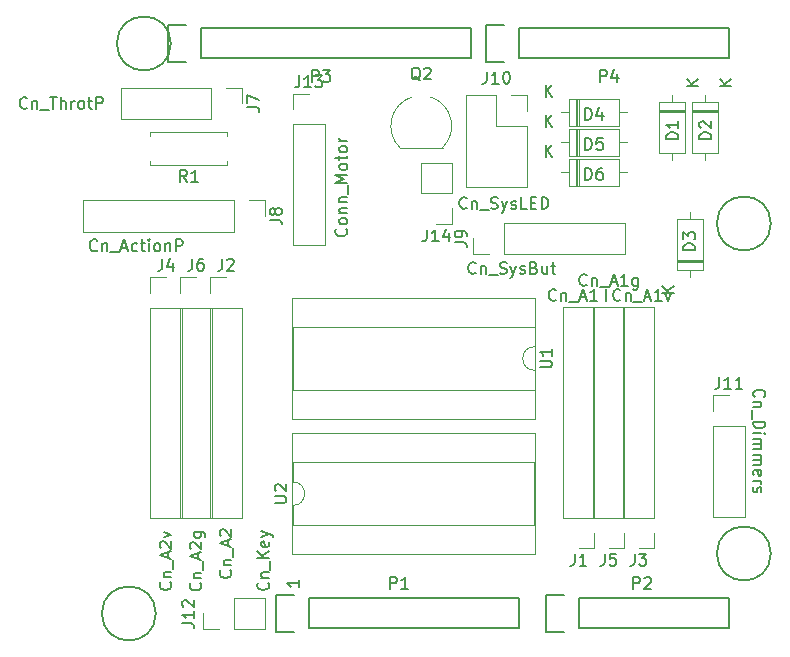
<source format=gbr>
G04 #@! TF.GenerationSoftware,KiCad,Pcbnew,(5.0.1)-4*
G04 #@! TF.CreationDate,2019-02-10T23:22:43-08:00*
G04 #@! TF.ProjectId,Shield,536869656C642E6B696361645F706362,rev?*
G04 #@! TF.SameCoordinates,Original*
G04 #@! TF.FileFunction,Legend,Top*
G04 #@! TF.FilePolarity,Positive*
%FSLAX46Y46*%
G04 Gerber Fmt 4.6, Leading zero omitted, Abs format (unit mm)*
G04 Created by KiCad (PCBNEW (5.0.1)-4) date 2/10/2019 11:22:43 PM*
%MOMM*%
%LPD*%
G01*
G04 APERTURE LIST*
%ADD10C,0.150000*%
%ADD11C,0.120000*%
G04 APERTURE END LIST*
D10*
X165354000Y-96393000D02*
X165354000Y-97409000D01*
X139390380Y-120999285D02*
X139390380Y-121570714D01*
X139390380Y-121285000D02*
X138390380Y-121285000D01*
X138533238Y-121380238D01*
X138628476Y-121475476D01*
X138676095Y-121570714D01*
G04 #@! TO.C,P1*
X140208000Y-125095000D02*
X157988000Y-125095000D01*
X157988000Y-125095000D02*
X157988000Y-122555000D01*
X157988000Y-122555000D02*
X140208000Y-122555000D01*
X137388000Y-125375000D02*
X138938000Y-125375000D01*
X140208000Y-125095000D02*
X140208000Y-122555000D01*
X138938000Y-122275000D02*
X137388000Y-122275000D01*
X137388000Y-122275000D02*
X137388000Y-125375000D01*
G04 #@! TO.C,P2*
X163068000Y-125095000D02*
X175768000Y-125095000D01*
X175768000Y-125095000D02*
X175768000Y-122555000D01*
X175768000Y-122555000D02*
X163068000Y-122555000D01*
X160248000Y-125375000D02*
X161798000Y-125375000D01*
X163068000Y-125095000D02*
X163068000Y-122555000D01*
X161798000Y-122275000D02*
X160248000Y-122275000D01*
X160248000Y-122275000D02*
X160248000Y-125375000D01*
G04 #@! TO.C,P3*
X131064000Y-76835000D02*
X153924000Y-76835000D01*
X153924000Y-76835000D02*
X153924000Y-74295000D01*
X153924000Y-74295000D02*
X131064000Y-74295000D01*
X128244000Y-77115000D02*
X129794000Y-77115000D01*
X131064000Y-76835000D02*
X131064000Y-74295000D01*
X129794000Y-74015000D02*
X128244000Y-74015000D01*
X128244000Y-74015000D02*
X128244000Y-77115000D01*
G04 #@! TO.C,P4*
X157988000Y-76835000D02*
X175768000Y-76835000D01*
X175768000Y-76835000D02*
X175768000Y-74295000D01*
X175768000Y-74295000D02*
X157988000Y-74295000D01*
X155168000Y-77115000D02*
X156718000Y-77115000D01*
X157988000Y-76835000D02*
X157988000Y-74295000D01*
X156718000Y-74015000D02*
X155168000Y-74015000D01*
X155168000Y-74015000D02*
X155168000Y-77115000D01*
G04 #@! TO.C,P5*
X127254000Y-123825000D02*
G75*
G03X127254000Y-123825000I-2286000J0D01*
G01*
G04 #@! TO.C,P6*
X179324000Y-118745000D02*
G75*
G03X179324000Y-118745000I-2286000J0D01*
G01*
G04 #@! TO.C,P7*
X128524000Y-75565000D02*
G75*
G03X128524000Y-75565000I-2286000J0D01*
G01*
G04 #@! TO.C,P8*
X179324000Y-90805000D02*
G75*
G03X179324000Y-90805000I-2286000J0D01*
G01*
D11*
G04 #@! TO.C,D1*
X172062000Y-81157000D02*
X169822000Y-81157000D01*
X172062000Y-81397000D02*
X169822000Y-81397000D01*
X172062000Y-81277000D02*
X169822000Y-81277000D01*
X170942000Y-85447000D02*
X170942000Y-84797000D01*
X170942000Y-79907000D02*
X170942000Y-80557000D01*
X172062000Y-84797000D02*
X172062000Y-80557000D01*
X169822000Y-84797000D02*
X172062000Y-84797000D01*
X169822000Y-80557000D02*
X169822000Y-84797000D01*
X172062000Y-80557000D02*
X169822000Y-80557000D01*
G04 #@! TO.C,D2*
X174856000Y-80557000D02*
X172616000Y-80557000D01*
X172616000Y-80557000D02*
X172616000Y-84797000D01*
X172616000Y-84797000D02*
X174856000Y-84797000D01*
X174856000Y-84797000D02*
X174856000Y-80557000D01*
X173736000Y-79907000D02*
X173736000Y-80557000D01*
X173736000Y-85447000D02*
X173736000Y-84797000D01*
X174856000Y-81277000D02*
X172616000Y-81277000D01*
X174856000Y-81397000D02*
X172616000Y-81397000D01*
X174856000Y-81157000D02*
X172616000Y-81157000D01*
G04 #@! TO.C,D3*
X171346000Y-94703000D02*
X173586000Y-94703000D01*
X173586000Y-94703000D02*
X173586000Y-90463000D01*
X173586000Y-90463000D02*
X171346000Y-90463000D01*
X171346000Y-90463000D02*
X171346000Y-94703000D01*
X172466000Y-95353000D02*
X172466000Y-94703000D01*
X172466000Y-89813000D02*
X172466000Y-90463000D01*
X171346000Y-93983000D02*
X173586000Y-93983000D01*
X171346000Y-93863000D02*
X173586000Y-93863000D01*
X171346000Y-94103000D02*
X173586000Y-94103000D01*
G04 #@! TO.C,J1*
X164372662Y-118316304D02*
X163042662Y-118316304D01*
X164372662Y-116986304D02*
X164372662Y-118316304D01*
X164372662Y-115716304D02*
X161712662Y-115716304D01*
X161712662Y-115716304D02*
X161712662Y-97876304D01*
X164372662Y-115716304D02*
X164372662Y-97876304D01*
X164372662Y-97876304D02*
X161712662Y-97876304D01*
G04 #@! TO.C,J2*
X131867662Y-115776304D02*
X134527662Y-115776304D01*
X131867662Y-97936304D02*
X131867662Y-115776304D01*
X134527662Y-97936304D02*
X134527662Y-115776304D01*
X131867662Y-97936304D02*
X134527662Y-97936304D01*
X131867662Y-96666304D02*
X131867662Y-95336304D01*
X131867662Y-95336304D02*
X133197662Y-95336304D01*
G04 #@! TO.C,J3*
X169452662Y-97876304D02*
X166792662Y-97876304D01*
X169452662Y-115716304D02*
X169452662Y-97876304D01*
X166792662Y-115716304D02*
X166792662Y-97876304D01*
X169452662Y-115716304D02*
X166792662Y-115716304D01*
X169452662Y-116986304D02*
X169452662Y-118316304D01*
X169452662Y-118316304D02*
X168122662Y-118316304D01*
G04 #@! TO.C,J4*
X126787662Y-115776304D02*
X129447662Y-115776304D01*
X126787662Y-97936304D02*
X126787662Y-115776304D01*
X129447662Y-97936304D02*
X129447662Y-115776304D01*
X126787662Y-97936304D02*
X129447662Y-97936304D01*
X126787662Y-96666304D02*
X126787662Y-95336304D01*
X126787662Y-95336304D02*
X128117662Y-95336304D01*
G04 #@! TO.C,J5*
X166912662Y-118316304D02*
X165582662Y-118316304D01*
X166912662Y-116986304D02*
X166912662Y-118316304D01*
X166912662Y-115716304D02*
X164252662Y-115716304D01*
X164252662Y-115716304D02*
X164252662Y-97876304D01*
X166912662Y-115716304D02*
X166912662Y-97876304D01*
X166912662Y-97876304D02*
X164252662Y-97876304D01*
G04 #@! TO.C,J6*
X129327662Y-95336304D02*
X130657662Y-95336304D01*
X129327662Y-96666304D02*
X129327662Y-95336304D01*
X129327662Y-97936304D02*
X131987662Y-97936304D01*
X131987662Y-97936304D02*
X131987662Y-115776304D01*
X129327662Y-97936304D02*
X129327662Y-115776304D01*
X129327662Y-115776304D02*
X131987662Y-115776304D01*
G04 #@! TO.C,J7*
X134553000Y-79315000D02*
X134553000Y-80645000D01*
X133223000Y-79315000D02*
X134553000Y-79315000D01*
X131953000Y-79315000D02*
X131953000Y-81975000D01*
X131953000Y-81975000D02*
X124273000Y-81975000D01*
X131953000Y-79315000D02*
X124273000Y-79315000D01*
X124273000Y-79315000D02*
X124273000Y-81975000D01*
G04 #@! TO.C,J8*
X121098000Y-88840000D02*
X121098000Y-91500000D01*
X133858000Y-88840000D02*
X121098000Y-88840000D01*
X133858000Y-91500000D02*
X121098000Y-91500000D01*
X133858000Y-88840000D02*
X133858000Y-91500000D01*
X135128000Y-88840000D02*
X136458000Y-88840000D01*
X136458000Y-88840000D02*
X136458000Y-90170000D01*
G04 #@! TO.C,J9*
X166938000Y-93405000D02*
X166938000Y-90745000D01*
X156718000Y-93405000D02*
X166938000Y-93405000D01*
X156718000Y-90745000D02*
X166938000Y-90745000D01*
X156718000Y-93405000D02*
X156718000Y-90745000D01*
X155448000Y-93405000D02*
X154118000Y-93405000D01*
X154118000Y-93405000D02*
X154118000Y-92075000D01*
G04 #@! TO.C,J11*
X174438000Y-115630000D02*
X177098000Y-115630000D01*
X174438000Y-107950000D02*
X174438000Y-115630000D01*
X177098000Y-107950000D02*
X177098000Y-115630000D01*
X174438000Y-107950000D02*
X177098000Y-107950000D01*
X174438000Y-106680000D02*
X174438000Y-105350000D01*
X174438000Y-105350000D02*
X175768000Y-105350000D01*
G04 #@! TO.C,J12*
X131258000Y-125155000D02*
X131258000Y-123825000D01*
X132588000Y-125155000D02*
X131258000Y-125155000D01*
X133858000Y-125155000D02*
X133858000Y-122495000D01*
X133858000Y-122495000D02*
X136458000Y-122495000D01*
X133858000Y-125155000D02*
X136458000Y-125155000D01*
X136458000Y-125155000D02*
X136458000Y-122495000D01*
G04 #@! TO.C,J14*
X152333000Y-85665000D02*
X149673000Y-85665000D01*
X152333000Y-88265000D02*
X152333000Y-85665000D01*
X149673000Y-88265000D02*
X149673000Y-85665000D01*
X152333000Y-88265000D02*
X149673000Y-88265000D01*
X152333000Y-89535000D02*
X152333000Y-90865000D01*
X152333000Y-90865000D02*
X151003000Y-90865000D01*
G04 #@! TO.C,Q2*
X151541445Y-84377684D02*
G75*
G03X150513000Y-80100000I-1808445J1827684D01*
G01*
X147921125Y-84391741D02*
G75*
G02X148913000Y-80100000I1811875J1841741D01*
G01*
X147933000Y-84400000D02*
X151533000Y-84400000D01*
G04 #@! TO.C,R1*
X133318000Y-85495000D02*
X133318000Y-85825000D01*
X133318000Y-85825000D02*
X126778000Y-85825000D01*
X126778000Y-85825000D02*
X126778000Y-85495000D01*
X133318000Y-83415000D02*
X133318000Y-83085000D01*
X133318000Y-83085000D02*
X126778000Y-83085000D01*
X126778000Y-83085000D02*
X126778000Y-83415000D01*
G04 #@! TO.C,U1*
X159318000Y-103235000D02*
G75*
G02X159318000Y-101235000I0J1000000D01*
G01*
X159318000Y-101235000D02*
X159318000Y-99585000D01*
X159318000Y-99585000D02*
X138878000Y-99585000D01*
X138878000Y-99585000D02*
X138878000Y-104885000D01*
X138878000Y-104885000D02*
X159318000Y-104885000D01*
X159318000Y-104885000D02*
X159318000Y-103235000D01*
X159378000Y-97095000D02*
X138818000Y-97095000D01*
X138818000Y-97095000D02*
X138818000Y-107375000D01*
X138818000Y-107375000D02*
X159378000Y-107375000D01*
X159378000Y-107375000D02*
X159378000Y-97095000D01*
G04 #@! TO.C,U2*
X138792662Y-108544304D02*
X138792662Y-118824304D01*
X159352662Y-108544304D02*
X138792662Y-108544304D01*
X159352662Y-118824304D02*
X159352662Y-108544304D01*
X138792662Y-118824304D02*
X159352662Y-118824304D01*
X138852662Y-111034304D02*
X138852662Y-112684304D01*
X159292662Y-111034304D02*
X138852662Y-111034304D01*
X159292662Y-116334304D02*
X159292662Y-111034304D01*
X138852662Y-116334304D02*
X159292662Y-116334304D01*
X138852662Y-114684304D02*
X138852662Y-116334304D01*
X138852662Y-112684304D02*
G75*
G02X138852662Y-114684304I0J-1000000D01*
G01*
G04 #@! TO.C,J10*
X153483000Y-79950000D02*
X156083000Y-79950000D01*
X153483000Y-79950000D02*
X153483000Y-87690000D01*
X153483000Y-87690000D02*
X158683000Y-87690000D01*
X158683000Y-82550000D02*
X158683000Y-87690000D01*
X156083000Y-82550000D02*
X158683000Y-82550000D01*
X156083000Y-79950000D02*
X156083000Y-82550000D01*
X158683000Y-79950000D02*
X158683000Y-81280000D01*
X157353000Y-79950000D02*
X158683000Y-79950000D01*
G04 #@! TO.C,D4*
X162218000Y-80287000D02*
X162218000Y-82527000D01*
X162218000Y-82527000D02*
X166458000Y-82527000D01*
X166458000Y-82527000D02*
X166458000Y-80287000D01*
X166458000Y-80287000D02*
X162218000Y-80287000D01*
X161568000Y-81407000D02*
X162218000Y-81407000D01*
X167108000Y-81407000D02*
X166458000Y-81407000D01*
X162938000Y-80287000D02*
X162938000Y-82527000D01*
X163058000Y-80287000D02*
X163058000Y-82527000D01*
X162818000Y-80287000D02*
X162818000Y-82527000D01*
G04 #@! TO.C,D5*
X162818000Y-82827000D02*
X162818000Y-85067000D01*
X163058000Y-82827000D02*
X163058000Y-85067000D01*
X162938000Y-82827000D02*
X162938000Y-85067000D01*
X167108000Y-83947000D02*
X166458000Y-83947000D01*
X161568000Y-83947000D02*
X162218000Y-83947000D01*
X166458000Y-82827000D02*
X162218000Y-82827000D01*
X166458000Y-85067000D02*
X166458000Y-82827000D01*
X162218000Y-85067000D02*
X166458000Y-85067000D01*
X162218000Y-82827000D02*
X162218000Y-85067000D01*
G04 #@! TO.C,D6*
X162218000Y-85367000D02*
X162218000Y-87607000D01*
X162218000Y-87607000D02*
X166458000Y-87607000D01*
X166458000Y-87607000D02*
X166458000Y-85367000D01*
X166458000Y-85367000D02*
X162218000Y-85367000D01*
X161568000Y-86487000D02*
X162218000Y-86487000D01*
X167108000Y-86487000D02*
X166458000Y-86487000D01*
X162938000Y-85367000D02*
X162938000Y-87607000D01*
X163058000Y-85367000D02*
X163058000Y-87607000D01*
X162818000Y-85367000D02*
X162818000Y-87607000D01*
G04 #@! TO.C,J13*
X138878000Y-92643000D02*
X141538000Y-92643000D01*
X138878000Y-82423000D02*
X138878000Y-92643000D01*
X141538000Y-82423000D02*
X141538000Y-92643000D01*
X138878000Y-82423000D02*
X141538000Y-82423000D01*
X138878000Y-81153000D02*
X138878000Y-79823000D01*
X138878000Y-79823000D02*
X140208000Y-79823000D01*
G04 #@! TO.C,P1*
D10*
X147089904Y-121737380D02*
X147089904Y-120737380D01*
X147470857Y-120737380D01*
X147566095Y-120785000D01*
X147613714Y-120832619D01*
X147661333Y-120927857D01*
X147661333Y-121070714D01*
X147613714Y-121165952D01*
X147566095Y-121213571D01*
X147470857Y-121261190D01*
X147089904Y-121261190D01*
X148613714Y-121737380D02*
X148042285Y-121737380D01*
X148328000Y-121737380D02*
X148328000Y-120737380D01*
X148232761Y-120880238D01*
X148137523Y-120975476D01*
X148042285Y-121023095D01*
G04 #@! TO.C,P2*
X167663904Y-121737380D02*
X167663904Y-120737380D01*
X168044857Y-120737380D01*
X168140095Y-120785000D01*
X168187714Y-120832619D01*
X168235333Y-120927857D01*
X168235333Y-121070714D01*
X168187714Y-121165952D01*
X168140095Y-121213571D01*
X168044857Y-121261190D01*
X167663904Y-121261190D01*
X168616285Y-120832619D02*
X168663904Y-120785000D01*
X168759142Y-120737380D01*
X168997238Y-120737380D01*
X169092476Y-120785000D01*
X169140095Y-120832619D01*
X169187714Y-120927857D01*
X169187714Y-121023095D01*
X169140095Y-121165952D01*
X168568666Y-121737380D01*
X169187714Y-121737380D01*
G04 #@! TO.C,P3*
X140485904Y-78811380D02*
X140485904Y-77811380D01*
X140866857Y-77811380D01*
X140962095Y-77859000D01*
X141009714Y-77906619D01*
X141057333Y-78001857D01*
X141057333Y-78144714D01*
X141009714Y-78239952D01*
X140962095Y-78287571D01*
X140866857Y-78335190D01*
X140485904Y-78335190D01*
X141390666Y-77811380D02*
X142009714Y-77811380D01*
X141676380Y-78192333D01*
X141819238Y-78192333D01*
X141914476Y-78239952D01*
X141962095Y-78287571D01*
X142009714Y-78382809D01*
X142009714Y-78620904D01*
X141962095Y-78716142D01*
X141914476Y-78763761D01*
X141819238Y-78811380D01*
X141533523Y-78811380D01*
X141438285Y-78763761D01*
X141390666Y-78716142D01*
G04 #@! TO.C,P4*
X164869904Y-78811380D02*
X164869904Y-77811380D01*
X165250857Y-77811380D01*
X165346095Y-77859000D01*
X165393714Y-77906619D01*
X165441333Y-78001857D01*
X165441333Y-78144714D01*
X165393714Y-78239952D01*
X165346095Y-78287571D01*
X165250857Y-78335190D01*
X164869904Y-78335190D01*
X166298476Y-78144714D02*
X166298476Y-78811380D01*
X166060380Y-77763761D02*
X165822285Y-78478047D01*
X166441333Y-78478047D01*
G04 #@! TO.C,D1*
X171482380Y-83669095D02*
X170482380Y-83669095D01*
X170482380Y-83431000D01*
X170530000Y-83288142D01*
X170625238Y-83192904D01*
X170720476Y-83145285D01*
X170910952Y-83097666D01*
X171053809Y-83097666D01*
X171244285Y-83145285D01*
X171339523Y-83192904D01*
X171434761Y-83288142D01*
X171482380Y-83431000D01*
X171482380Y-83669095D01*
X171482380Y-82145285D02*
X171482380Y-82716714D01*
X171482380Y-82431000D02*
X170482380Y-82431000D01*
X170625238Y-82526238D01*
X170720476Y-82621476D01*
X170768095Y-82716714D01*
X173194380Y-79128904D02*
X172194380Y-79128904D01*
X173194380Y-78557476D02*
X172622952Y-78986047D01*
X172194380Y-78557476D02*
X172765809Y-79128904D01*
G04 #@! TO.C,D2*
X174276380Y-83669095D02*
X173276380Y-83669095D01*
X173276380Y-83431000D01*
X173324000Y-83288142D01*
X173419238Y-83192904D01*
X173514476Y-83145285D01*
X173704952Y-83097666D01*
X173847809Y-83097666D01*
X174038285Y-83145285D01*
X174133523Y-83192904D01*
X174228761Y-83288142D01*
X174276380Y-83431000D01*
X174276380Y-83669095D01*
X173371619Y-82716714D02*
X173324000Y-82669095D01*
X173276380Y-82573857D01*
X173276380Y-82335761D01*
X173324000Y-82240523D01*
X173371619Y-82192904D01*
X173466857Y-82145285D01*
X173562095Y-82145285D01*
X173704952Y-82192904D01*
X174276380Y-82764333D01*
X174276380Y-82145285D01*
X175988380Y-79128904D02*
X174988380Y-79128904D01*
X175988380Y-78557476D02*
X175416952Y-78986047D01*
X174988380Y-78557476D02*
X175559809Y-79128904D01*
G04 #@! TO.C,D3*
X172918380Y-93067095D02*
X171918380Y-93067095D01*
X171918380Y-92829000D01*
X171966000Y-92686142D01*
X172061238Y-92590904D01*
X172156476Y-92543285D01*
X172346952Y-92495666D01*
X172489809Y-92495666D01*
X172680285Y-92543285D01*
X172775523Y-92590904D01*
X172870761Y-92686142D01*
X172918380Y-92829000D01*
X172918380Y-93067095D01*
X171918380Y-92162333D02*
X171918380Y-91543285D01*
X172299333Y-91876619D01*
X172299333Y-91733761D01*
X172346952Y-91638523D01*
X172394571Y-91590904D01*
X172489809Y-91543285D01*
X172727904Y-91543285D01*
X172823142Y-91590904D01*
X172870761Y-91638523D01*
X172918380Y-91733761D01*
X172918380Y-92019476D01*
X172870761Y-92114714D01*
X172823142Y-92162333D01*
X171118380Y-96654904D02*
X170118380Y-96654904D01*
X171118380Y-96083476D02*
X170546952Y-96512047D01*
X170118380Y-96083476D02*
X170689809Y-96654904D01*
G04 #@! TO.C,J1*
X162709328Y-118768684D02*
X162709328Y-119482970D01*
X162661709Y-119625827D01*
X162566471Y-119721065D01*
X162423614Y-119768684D01*
X162328376Y-119768684D01*
X163709328Y-119768684D02*
X163137900Y-119768684D01*
X163423614Y-119768684D02*
X163423614Y-118768684D01*
X163328376Y-118911542D01*
X163233138Y-119006780D01*
X163137900Y-119054399D01*
X161131428Y-97258142D02*
X161083809Y-97305761D01*
X160940952Y-97353380D01*
X160845714Y-97353380D01*
X160702857Y-97305761D01*
X160607619Y-97210523D01*
X160560000Y-97115285D01*
X160512380Y-96924809D01*
X160512380Y-96781952D01*
X160560000Y-96591476D01*
X160607619Y-96496238D01*
X160702857Y-96401000D01*
X160845714Y-96353380D01*
X160940952Y-96353380D01*
X161083809Y-96401000D01*
X161131428Y-96448619D01*
X161560000Y-96686714D02*
X161560000Y-97353380D01*
X161560000Y-96781952D02*
X161607619Y-96734333D01*
X161702857Y-96686714D01*
X161845714Y-96686714D01*
X161940952Y-96734333D01*
X161988571Y-96829571D01*
X161988571Y-97353380D01*
X162226666Y-97448619D02*
X162988571Y-97448619D01*
X163179047Y-97067666D02*
X163655238Y-97067666D01*
X163083809Y-97353380D02*
X163417142Y-96353380D01*
X163750476Y-97353380D01*
X164607619Y-97353380D02*
X164036190Y-97353380D01*
X164321904Y-97353380D02*
X164321904Y-96353380D01*
X164226666Y-96496238D01*
X164131428Y-96591476D01*
X164036190Y-96639095D01*
G04 #@! TO.C,J2*
X132864328Y-93788684D02*
X132864328Y-94502970D01*
X132816709Y-94645827D01*
X132721471Y-94741065D01*
X132578614Y-94788684D01*
X132483376Y-94788684D01*
X133292900Y-93883923D02*
X133340519Y-93836304D01*
X133435757Y-93788684D01*
X133673852Y-93788684D01*
X133769090Y-93836304D01*
X133816709Y-93883923D01*
X133864328Y-93979161D01*
X133864328Y-94074399D01*
X133816709Y-94217256D01*
X133245281Y-94788684D01*
X133864328Y-94788684D01*
X133554804Y-120173571D02*
X133602423Y-120221190D01*
X133650042Y-120364047D01*
X133650042Y-120459285D01*
X133602423Y-120602142D01*
X133507185Y-120697380D01*
X133411947Y-120745000D01*
X133221471Y-120792619D01*
X133078614Y-120792619D01*
X132888138Y-120745000D01*
X132792900Y-120697380D01*
X132697662Y-120602142D01*
X132650042Y-120459285D01*
X132650042Y-120364047D01*
X132697662Y-120221190D01*
X132745281Y-120173571D01*
X132983376Y-119745000D02*
X133650042Y-119745000D01*
X133078614Y-119745000D02*
X133030995Y-119697380D01*
X132983376Y-119602142D01*
X132983376Y-119459285D01*
X133030995Y-119364047D01*
X133126233Y-119316428D01*
X133650042Y-119316428D01*
X133745281Y-119078333D02*
X133745281Y-118316428D01*
X133364328Y-118125952D02*
X133364328Y-117649761D01*
X133650042Y-118221190D02*
X132650042Y-117887857D01*
X133650042Y-117554523D01*
X132745281Y-117268809D02*
X132697662Y-117221190D01*
X132650042Y-117125952D01*
X132650042Y-116887857D01*
X132697662Y-116792619D01*
X132745281Y-116745000D01*
X132840519Y-116697380D01*
X132935757Y-116697380D01*
X133078614Y-116745000D01*
X133650042Y-117316428D01*
X133650042Y-116697380D01*
G04 #@! TO.C,J3*
X167789328Y-118768684D02*
X167789328Y-119482970D01*
X167741709Y-119625827D01*
X167646471Y-119721065D01*
X167503614Y-119768684D01*
X167408376Y-119768684D01*
X168170281Y-118768684D02*
X168789328Y-118768684D01*
X168455995Y-119149637D01*
X168598852Y-119149637D01*
X168694090Y-119197256D01*
X168741709Y-119244875D01*
X168789328Y-119340113D01*
X168789328Y-119578208D01*
X168741709Y-119673446D01*
X168694090Y-119721065D01*
X168598852Y-119768684D01*
X168313138Y-119768684D01*
X168217900Y-119721065D01*
X168170281Y-119673446D01*
X166592476Y-97258142D02*
X166544857Y-97305761D01*
X166402000Y-97353380D01*
X166306761Y-97353380D01*
X166163904Y-97305761D01*
X166068666Y-97210523D01*
X166021047Y-97115285D01*
X165973428Y-96924809D01*
X165973428Y-96781952D01*
X166021047Y-96591476D01*
X166068666Y-96496238D01*
X166163904Y-96401000D01*
X166306761Y-96353380D01*
X166402000Y-96353380D01*
X166544857Y-96401000D01*
X166592476Y-96448619D01*
X167021047Y-96686714D02*
X167021047Y-97353380D01*
X167021047Y-96781952D02*
X167068666Y-96734333D01*
X167163904Y-96686714D01*
X167306761Y-96686714D01*
X167402000Y-96734333D01*
X167449619Y-96829571D01*
X167449619Y-97353380D01*
X167687714Y-97448619D02*
X168449619Y-97448619D01*
X168640095Y-97067666D02*
X169116285Y-97067666D01*
X168544857Y-97353380D02*
X168878190Y-96353380D01*
X169211523Y-97353380D01*
X170068666Y-97353380D02*
X169497238Y-97353380D01*
X169782952Y-97353380D02*
X169782952Y-96353380D01*
X169687714Y-96496238D01*
X169592476Y-96591476D01*
X169497238Y-96639095D01*
X170402000Y-96686714D02*
X170640095Y-97353380D01*
X170878190Y-96686714D01*
G04 #@! TO.C,J4*
X127784328Y-93788684D02*
X127784328Y-94502970D01*
X127736709Y-94645827D01*
X127641471Y-94741065D01*
X127498614Y-94788684D01*
X127403376Y-94788684D01*
X128689090Y-94122018D02*
X128689090Y-94788684D01*
X128450995Y-93741065D02*
X128212900Y-94455351D01*
X128831947Y-94455351D01*
X128474804Y-121189523D02*
X128522423Y-121237142D01*
X128570042Y-121380000D01*
X128570042Y-121475238D01*
X128522423Y-121618095D01*
X128427185Y-121713333D01*
X128331947Y-121760952D01*
X128141471Y-121808571D01*
X127998614Y-121808571D01*
X127808138Y-121760952D01*
X127712900Y-121713333D01*
X127617662Y-121618095D01*
X127570042Y-121475238D01*
X127570042Y-121380000D01*
X127617662Y-121237142D01*
X127665281Y-121189523D01*
X127903376Y-120760952D02*
X128570042Y-120760952D01*
X127998614Y-120760952D02*
X127950995Y-120713333D01*
X127903376Y-120618095D01*
X127903376Y-120475238D01*
X127950995Y-120380000D01*
X128046233Y-120332380D01*
X128570042Y-120332380D01*
X128665281Y-120094285D02*
X128665281Y-119332380D01*
X128284328Y-119141904D02*
X128284328Y-118665714D01*
X128570042Y-119237142D02*
X127570042Y-118903809D01*
X128570042Y-118570476D01*
X127665281Y-118284761D02*
X127617662Y-118237142D01*
X127570042Y-118141904D01*
X127570042Y-117903809D01*
X127617662Y-117808571D01*
X127665281Y-117760952D01*
X127760519Y-117713333D01*
X127855757Y-117713333D01*
X127998614Y-117760952D01*
X128570042Y-118332380D01*
X128570042Y-117713333D01*
X127903376Y-117380000D02*
X128570042Y-117141904D01*
X127903376Y-116903809D01*
G04 #@! TO.C,J5*
X165249328Y-118768684D02*
X165249328Y-119482970D01*
X165201709Y-119625827D01*
X165106471Y-119721065D01*
X164963614Y-119768684D01*
X164868376Y-119768684D01*
X166201709Y-118768684D02*
X165725519Y-118768684D01*
X165677900Y-119244875D01*
X165725519Y-119197256D01*
X165820757Y-119149637D01*
X166058852Y-119149637D01*
X166154090Y-119197256D01*
X166201709Y-119244875D01*
X166249328Y-119340113D01*
X166249328Y-119578208D01*
X166201709Y-119673446D01*
X166154090Y-119721065D01*
X166058852Y-119768684D01*
X165820757Y-119768684D01*
X165725519Y-119721065D01*
X165677900Y-119673446D01*
X163727047Y-95988142D02*
X163679428Y-96035761D01*
X163536571Y-96083380D01*
X163441333Y-96083380D01*
X163298476Y-96035761D01*
X163203238Y-95940523D01*
X163155619Y-95845285D01*
X163108000Y-95654809D01*
X163108000Y-95511952D01*
X163155619Y-95321476D01*
X163203238Y-95226238D01*
X163298476Y-95131000D01*
X163441333Y-95083380D01*
X163536571Y-95083380D01*
X163679428Y-95131000D01*
X163727047Y-95178619D01*
X164155619Y-95416714D02*
X164155619Y-96083380D01*
X164155619Y-95511952D02*
X164203238Y-95464333D01*
X164298476Y-95416714D01*
X164441333Y-95416714D01*
X164536571Y-95464333D01*
X164584190Y-95559571D01*
X164584190Y-96083380D01*
X164822285Y-96178619D02*
X165584190Y-96178619D01*
X165774666Y-95797666D02*
X166250857Y-95797666D01*
X165679428Y-96083380D02*
X166012761Y-95083380D01*
X166346095Y-96083380D01*
X167203238Y-96083380D02*
X166631809Y-96083380D01*
X166917523Y-96083380D02*
X166917523Y-95083380D01*
X166822285Y-95226238D01*
X166727047Y-95321476D01*
X166631809Y-95369095D01*
X168060380Y-95416714D02*
X168060380Y-96226238D01*
X168012761Y-96321476D01*
X167965142Y-96369095D01*
X167869904Y-96416714D01*
X167727047Y-96416714D01*
X167631809Y-96369095D01*
X168060380Y-96035761D02*
X167965142Y-96083380D01*
X167774666Y-96083380D01*
X167679428Y-96035761D01*
X167631809Y-95988142D01*
X167584190Y-95892904D01*
X167584190Y-95607190D01*
X167631809Y-95511952D01*
X167679428Y-95464333D01*
X167774666Y-95416714D01*
X167965142Y-95416714D01*
X168060380Y-95464333D01*
G04 #@! TO.C,J6*
X130324328Y-93788684D02*
X130324328Y-94502970D01*
X130276709Y-94645827D01*
X130181471Y-94741065D01*
X130038614Y-94788684D01*
X129943376Y-94788684D01*
X131229090Y-93788684D02*
X131038614Y-93788684D01*
X130943376Y-93836304D01*
X130895757Y-93883923D01*
X130800519Y-94026780D01*
X130752900Y-94217256D01*
X130752900Y-94598208D01*
X130800519Y-94693446D01*
X130848138Y-94741065D01*
X130943376Y-94788684D01*
X131133852Y-94788684D01*
X131229090Y-94741065D01*
X131276709Y-94693446D01*
X131324328Y-94598208D01*
X131324328Y-94360113D01*
X131276709Y-94264875D01*
X131229090Y-94217256D01*
X131133852Y-94169637D01*
X130943376Y-94169637D01*
X130848138Y-94217256D01*
X130800519Y-94264875D01*
X130752900Y-94360113D01*
X131014804Y-121260952D02*
X131062423Y-121308571D01*
X131110042Y-121451428D01*
X131110042Y-121546666D01*
X131062423Y-121689523D01*
X130967185Y-121784761D01*
X130871947Y-121832380D01*
X130681471Y-121880000D01*
X130538614Y-121880000D01*
X130348138Y-121832380D01*
X130252900Y-121784761D01*
X130157662Y-121689523D01*
X130110042Y-121546666D01*
X130110042Y-121451428D01*
X130157662Y-121308571D01*
X130205281Y-121260952D01*
X130443376Y-120832380D02*
X131110042Y-120832380D01*
X130538614Y-120832380D02*
X130490995Y-120784761D01*
X130443376Y-120689523D01*
X130443376Y-120546666D01*
X130490995Y-120451428D01*
X130586233Y-120403809D01*
X131110042Y-120403809D01*
X131205281Y-120165714D02*
X131205281Y-119403809D01*
X130824328Y-119213333D02*
X130824328Y-118737142D01*
X131110042Y-119308571D02*
X130110042Y-118975238D01*
X131110042Y-118641904D01*
X130205281Y-118356190D02*
X130157662Y-118308571D01*
X130110042Y-118213333D01*
X130110042Y-117975238D01*
X130157662Y-117880000D01*
X130205281Y-117832380D01*
X130300519Y-117784761D01*
X130395757Y-117784761D01*
X130538614Y-117832380D01*
X131110042Y-118403809D01*
X131110042Y-117784761D01*
X130443376Y-116927619D02*
X131252900Y-116927619D01*
X131348138Y-116975238D01*
X131395757Y-117022857D01*
X131443376Y-117118095D01*
X131443376Y-117260952D01*
X131395757Y-117356190D01*
X131062423Y-116927619D02*
X131110042Y-117022857D01*
X131110042Y-117213333D01*
X131062423Y-117308571D01*
X131014804Y-117356190D01*
X130919566Y-117403809D01*
X130633852Y-117403809D01*
X130538614Y-117356190D01*
X130490995Y-117308571D01*
X130443376Y-117213333D01*
X130443376Y-117022857D01*
X130490995Y-116927619D01*
G04 #@! TO.C,J7*
X135005380Y-80978333D02*
X135719666Y-80978333D01*
X135862523Y-81025952D01*
X135957761Y-81121190D01*
X136005380Y-81264047D01*
X136005380Y-81359285D01*
X135005380Y-80597380D02*
X135005380Y-79930714D01*
X136005380Y-80359285D01*
X116348238Y-81002142D02*
X116300619Y-81049761D01*
X116157761Y-81097380D01*
X116062523Y-81097380D01*
X115919666Y-81049761D01*
X115824428Y-80954523D01*
X115776809Y-80859285D01*
X115729190Y-80668809D01*
X115729190Y-80525952D01*
X115776809Y-80335476D01*
X115824428Y-80240238D01*
X115919666Y-80145000D01*
X116062523Y-80097380D01*
X116157761Y-80097380D01*
X116300619Y-80145000D01*
X116348238Y-80192619D01*
X116776809Y-80430714D02*
X116776809Y-81097380D01*
X116776809Y-80525952D02*
X116824428Y-80478333D01*
X116919666Y-80430714D01*
X117062523Y-80430714D01*
X117157761Y-80478333D01*
X117205380Y-80573571D01*
X117205380Y-81097380D01*
X117443476Y-81192619D02*
X118205380Y-81192619D01*
X118300619Y-80097380D02*
X118872047Y-80097380D01*
X118586333Y-81097380D02*
X118586333Y-80097380D01*
X119205380Y-81097380D02*
X119205380Y-80097380D01*
X119633952Y-81097380D02*
X119633952Y-80573571D01*
X119586333Y-80478333D01*
X119491095Y-80430714D01*
X119348238Y-80430714D01*
X119253000Y-80478333D01*
X119205380Y-80525952D01*
X120110142Y-81097380D02*
X120110142Y-80430714D01*
X120110142Y-80621190D02*
X120157761Y-80525952D01*
X120205380Y-80478333D01*
X120300619Y-80430714D01*
X120395857Y-80430714D01*
X120872047Y-81097380D02*
X120776809Y-81049761D01*
X120729190Y-81002142D01*
X120681571Y-80906904D01*
X120681571Y-80621190D01*
X120729190Y-80525952D01*
X120776809Y-80478333D01*
X120872047Y-80430714D01*
X121014904Y-80430714D01*
X121110142Y-80478333D01*
X121157761Y-80525952D01*
X121205380Y-80621190D01*
X121205380Y-80906904D01*
X121157761Y-81002142D01*
X121110142Y-81049761D01*
X121014904Y-81097380D01*
X120872047Y-81097380D01*
X121491095Y-80430714D02*
X121872047Y-80430714D01*
X121633952Y-80097380D02*
X121633952Y-80954523D01*
X121681571Y-81049761D01*
X121776809Y-81097380D01*
X121872047Y-81097380D01*
X122205380Y-81097380D02*
X122205380Y-80097380D01*
X122586333Y-80097380D01*
X122681571Y-80145000D01*
X122729190Y-80192619D01*
X122776809Y-80287857D01*
X122776809Y-80430714D01*
X122729190Y-80525952D01*
X122681571Y-80573571D01*
X122586333Y-80621190D01*
X122205380Y-80621190D01*
G04 #@! TO.C,J8*
X136910380Y-90503333D02*
X137624666Y-90503333D01*
X137767523Y-90550952D01*
X137862761Y-90646190D01*
X137910380Y-90789047D01*
X137910380Y-90884285D01*
X137338952Y-89884285D02*
X137291333Y-89979523D01*
X137243714Y-90027142D01*
X137148476Y-90074761D01*
X137100857Y-90074761D01*
X137005619Y-90027142D01*
X136958000Y-89979523D01*
X136910380Y-89884285D01*
X136910380Y-89693809D01*
X136958000Y-89598571D01*
X137005619Y-89550952D01*
X137100857Y-89503333D01*
X137148476Y-89503333D01*
X137243714Y-89550952D01*
X137291333Y-89598571D01*
X137338952Y-89693809D01*
X137338952Y-89884285D01*
X137386571Y-89979523D01*
X137434190Y-90027142D01*
X137529428Y-90074761D01*
X137719904Y-90074761D01*
X137815142Y-90027142D01*
X137862761Y-89979523D01*
X137910380Y-89884285D01*
X137910380Y-89693809D01*
X137862761Y-89598571D01*
X137815142Y-89550952D01*
X137719904Y-89503333D01*
X137529428Y-89503333D01*
X137434190Y-89550952D01*
X137386571Y-89598571D01*
X137338952Y-89693809D01*
X122293476Y-93067142D02*
X122245857Y-93114761D01*
X122103000Y-93162380D01*
X122007761Y-93162380D01*
X121864904Y-93114761D01*
X121769666Y-93019523D01*
X121722047Y-92924285D01*
X121674428Y-92733809D01*
X121674428Y-92590952D01*
X121722047Y-92400476D01*
X121769666Y-92305238D01*
X121864904Y-92210000D01*
X122007761Y-92162380D01*
X122103000Y-92162380D01*
X122245857Y-92210000D01*
X122293476Y-92257619D01*
X122722047Y-92495714D02*
X122722047Y-93162380D01*
X122722047Y-92590952D02*
X122769666Y-92543333D01*
X122864904Y-92495714D01*
X123007761Y-92495714D01*
X123103000Y-92543333D01*
X123150619Y-92638571D01*
X123150619Y-93162380D01*
X123388714Y-93257619D02*
X124150619Y-93257619D01*
X124341095Y-92876666D02*
X124817285Y-92876666D01*
X124245857Y-93162380D02*
X124579190Y-92162380D01*
X124912523Y-93162380D01*
X125674428Y-93114761D02*
X125579190Y-93162380D01*
X125388714Y-93162380D01*
X125293476Y-93114761D01*
X125245857Y-93067142D01*
X125198238Y-92971904D01*
X125198238Y-92686190D01*
X125245857Y-92590952D01*
X125293476Y-92543333D01*
X125388714Y-92495714D01*
X125579190Y-92495714D01*
X125674428Y-92543333D01*
X125960142Y-92495714D02*
X126341095Y-92495714D01*
X126103000Y-92162380D02*
X126103000Y-93019523D01*
X126150619Y-93114761D01*
X126245857Y-93162380D01*
X126341095Y-93162380D01*
X126674428Y-93162380D02*
X126674428Y-92495714D01*
X126674428Y-92162380D02*
X126626809Y-92210000D01*
X126674428Y-92257619D01*
X126722047Y-92210000D01*
X126674428Y-92162380D01*
X126674428Y-92257619D01*
X127293476Y-93162380D02*
X127198238Y-93114761D01*
X127150619Y-93067142D01*
X127103000Y-92971904D01*
X127103000Y-92686190D01*
X127150619Y-92590952D01*
X127198238Y-92543333D01*
X127293476Y-92495714D01*
X127436333Y-92495714D01*
X127531571Y-92543333D01*
X127579190Y-92590952D01*
X127626809Y-92686190D01*
X127626809Y-92971904D01*
X127579190Y-93067142D01*
X127531571Y-93114761D01*
X127436333Y-93162380D01*
X127293476Y-93162380D01*
X128055380Y-92495714D02*
X128055380Y-93162380D01*
X128055380Y-92590952D02*
X128103000Y-92543333D01*
X128198238Y-92495714D01*
X128341095Y-92495714D01*
X128436333Y-92543333D01*
X128483952Y-92638571D01*
X128483952Y-93162380D01*
X128960142Y-93162380D02*
X128960142Y-92162380D01*
X129341095Y-92162380D01*
X129436333Y-92210000D01*
X129483952Y-92257619D01*
X129531571Y-92352857D01*
X129531571Y-92495714D01*
X129483952Y-92590952D01*
X129436333Y-92638571D01*
X129341095Y-92686190D01*
X128960142Y-92686190D01*
G04 #@! TO.C,J9*
X152570380Y-92408333D02*
X153284666Y-92408333D01*
X153427523Y-92455952D01*
X153522761Y-92551190D01*
X153570380Y-92694047D01*
X153570380Y-92789285D01*
X153570380Y-91884523D02*
X153570380Y-91694047D01*
X153522761Y-91598809D01*
X153475142Y-91551190D01*
X153332285Y-91455952D01*
X153141809Y-91408333D01*
X152760857Y-91408333D01*
X152665619Y-91455952D01*
X152618000Y-91503571D01*
X152570380Y-91598809D01*
X152570380Y-91789285D01*
X152618000Y-91884523D01*
X152665619Y-91932142D01*
X152760857Y-91979761D01*
X152998952Y-91979761D01*
X153094190Y-91932142D01*
X153141809Y-91884523D01*
X153189428Y-91789285D01*
X153189428Y-91598809D01*
X153141809Y-91503571D01*
X153094190Y-91455952D01*
X152998952Y-91408333D01*
X154329190Y-94972142D02*
X154281571Y-95019761D01*
X154138714Y-95067380D01*
X154043476Y-95067380D01*
X153900619Y-95019761D01*
X153805380Y-94924523D01*
X153757761Y-94829285D01*
X153710142Y-94638809D01*
X153710142Y-94495952D01*
X153757761Y-94305476D01*
X153805380Y-94210238D01*
X153900619Y-94115000D01*
X154043476Y-94067380D01*
X154138714Y-94067380D01*
X154281571Y-94115000D01*
X154329190Y-94162619D01*
X154757761Y-94400714D02*
X154757761Y-95067380D01*
X154757761Y-94495952D02*
X154805380Y-94448333D01*
X154900619Y-94400714D01*
X155043476Y-94400714D01*
X155138714Y-94448333D01*
X155186333Y-94543571D01*
X155186333Y-95067380D01*
X155424428Y-95162619D02*
X156186333Y-95162619D01*
X156376809Y-95019761D02*
X156519666Y-95067380D01*
X156757761Y-95067380D01*
X156853000Y-95019761D01*
X156900619Y-94972142D01*
X156948238Y-94876904D01*
X156948238Y-94781666D01*
X156900619Y-94686428D01*
X156853000Y-94638809D01*
X156757761Y-94591190D01*
X156567285Y-94543571D01*
X156472047Y-94495952D01*
X156424428Y-94448333D01*
X156376809Y-94353095D01*
X156376809Y-94257857D01*
X156424428Y-94162619D01*
X156472047Y-94115000D01*
X156567285Y-94067380D01*
X156805380Y-94067380D01*
X156948238Y-94115000D01*
X157281571Y-94400714D02*
X157519666Y-95067380D01*
X157757761Y-94400714D02*
X157519666Y-95067380D01*
X157424428Y-95305476D01*
X157376809Y-95353095D01*
X157281571Y-95400714D01*
X158091095Y-95019761D02*
X158186333Y-95067380D01*
X158376809Y-95067380D01*
X158472047Y-95019761D01*
X158519666Y-94924523D01*
X158519666Y-94876904D01*
X158472047Y-94781666D01*
X158376809Y-94734047D01*
X158233952Y-94734047D01*
X158138714Y-94686428D01*
X158091095Y-94591190D01*
X158091095Y-94543571D01*
X158138714Y-94448333D01*
X158233952Y-94400714D01*
X158376809Y-94400714D01*
X158472047Y-94448333D01*
X159281571Y-94543571D02*
X159424428Y-94591190D01*
X159472047Y-94638809D01*
X159519666Y-94734047D01*
X159519666Y-94876904D01*
X159472047Y-94972142D01*
X159424428Y-95019761D01*
X159329190Y-95067380D01*
X158948238Y-95067380D01*
X158948238Y-94067380D01*
X159281571Y-94067380D01*
X159376809Y-94115000D01*
X159424428Y-94162619D01*
X159472047Y-94257857D01*
X159472047Y-94353095D01*
X159424428Y-94448333D01*
X159376809Y-94495952D01*
X159281571Y-94543571D01*
X158948238Y-94543571D01*
X160376809Y-94400714D02*
X160376809Y-95067380D01*
X159948238Y-94400714D02*
X159948238Y-94924523D01*
X159995857Y-95019761D01*
X160091095Y-95067380D01*
X160233952Y-95067380D01*
X160329190Y-95019761D01*
X160376809Y-94972142D01*
X160710142Y-94400714D02*
X161091095Y-94400714D01*
X160853000Y-94067380D02*
X160853000Y-94924523D01*
X160900619Y-95019761D01*
X160995857Y-95067380D01*
X161091095Y-95067380D01*
G04 #@! TO.C,J11*
X174958476Y-103802380D02*
X174958476Y-104516666D01*
X174910857Y-104659523D01*
X174815619Y-104754761D01*
X174672761Y-104802380D01*
X174577523Y-104802380D01*
X175958476Y-104802380D02*
X175387047Y-104802380D01*
X175672761Y-104802380D02*
X175672761Y-103802380D01*
X175577523Y-103945238D01*
X175482285Y-104040476D01*
X175387047Y-104088095D01*
X176910857Y-104802380D02*
X176339428Y-104802380D01*
X176625142Y-104802380D02*
X176625142Y-103802380D01*
X176529904Y-103945238D01*
X176434666Y-104040476D01*
X176339428Y-104088095D01*
X177950857Y-105481904D02*
X177903238Y-105434285D01*
X177855619Y-105291428D01*
X177855619Y-105196190D01*
X177903238Y-105053333D01*
X177998476Y-104958095D01*
X178093714Y-104910476D01*
X178284190Y-104862857D01*
X178427047Y-104862857D01*
X178617523Y-104910476D01*
X178712761Y-104958095D01*
X178808000Y-105053333D01*
X178855619Y-105196190D01*
X178855619Y-105291428D01*
X178808000Y-105434285D01*
X178760380Y-105481904D01*
X178522285Y-105910476D02*
X177855619Y-105910476D01*
X178427047Y-105910476D02*
X178474666Y-105958095D01*
X178522285Y-106053333D01*
X178522285Y-106196190D01*
X178474666Y-106291428D01*
X178379428Y-106339047D01*
X177855619Y-106339047D01*
X177760380Y-106577142D02*
X177760380Y-107339047D01*
X177855619Y-107577142D02*
X178855619Y-107577142D01*
X178855619Y-107815238D01*
X178808000Y-107958095D01*
X178712761Y-108053333D01*
X178617523Y-108100952D01*
X178427047Y-108148571D01*
X178284190Y-108148571D01*
X178093714Y-108100952D01*
X177998476Y-108053333D01*
X177903238Y-107958095D01*
X177855619Y-107815238D01*
X177855619Y-107577142D01*
X177855619Y-108577142D02*
X178522285Y-108577142D01*
X178855619Y-108577142D02*
X178808000Y-108529523D01*
X178760380Y-108577142D01*
X178808000Y-108624761D01*
X178855619Y-108577142D01*
X178760380Y-108577142D01*
X177855619Y-109053333D02*
X178522285Y-109053333D01*
X178427047Y-109053333D02*
X178474666Y-109100952D01*
X178522285Y-109196190D01*
X178522285Y-109339047D01*
X178474666Y-109434285D01*
X178379428Y-109481904D01*
X177855619Y-109481904D01*
X178379428Y-109481904D02*
X178474666Y-109529523D01*
X178522285Y-109624761D01*
X178522285Y-109767619D01*
X178474666Y-109862857D01*
X178379428Y-109910476D01*
X177855619Y-109910476D01*
X177855619Y-110386666D02*
X178522285Y-110386666D01*
X178427047Y-110386666D02*
X178474666Y-110434285D01*
X178522285Y-110529523D01*
X178522285Y-110672380D01*
X178474666Y-110767619D01*
X178379428Y-110815238D01*
X177855619Y-110815238D01*
X178379428Y-110815238D02*
X178474666Y-110862857D01*
X178522285Y-110958095D01*
X178522285Y-111100952D01*
X178474666Y-111196190D01*
X178379428Y-111243809D01*
X177855619Y-111243809D01*
X177903238Y-112100952D02*
X177855619Y-112005714D01*
X177855619Y-111815238D01*
X177903238Y-111720000D01*
X177998476Y-111672380D01*
X178379428Y-111672380D01*
X178474666Y-111720000D01*
X178522285Y-111815238D01*
X178522285Y-112005714D01*
X178474666Y-112100952D01*
X178379428Y-112148571D01*
X178284190Y-112148571D01*
X178188952Y-111672380D01*
X177855619Y-112577142D02*
X178522285Y-112577142D01*
X178331809Y-112577142D02*
X178427047Y-112624761D01*
X178474666Y-112672380D01*
X178522285Y-112767619D01*
X178522285Y-112862857D01*
X177903238Y-113148571D02*
X177855619Y-113243809D01*
X177855619Y-113434285D01*
X177903238Y-113529523D01*
X177998476Y-113577142D01*
X178046095Y-113577142D01*
X178141333Y-113529523D01*
X178188952Y-113434285D01*
X178188952Y-113291428D01*
X178236571Y-113196190D01*
X178331809Y-113148571D01*
X178379428Y-113148571D01*
X178474666Y-113196190D01*
X178522285Y-113291428D01*
X178522285Y-113434285D01*
X178474666Y-113529523D01*
G04 #@! TO.C,J12*
X129500380Y-124634523D02*
X130214666Y-124634523D01*
X130357523Y-124682142D01*
X130452761Y-124777380D01*
X130500380Y-124920238D01*
X130500380Y-125015476D01*
X130500380Y-123634523D02*
X130500380Y-124205952D01*
X130500380Y-123920238D02*
X129500380Y-123920238D01*
X129643238Y-124015476D01*
X129738476Y-124110714D01*
X129786095Y-124205952D01*
X129595619Y-123253571D02*
X129548000Y-123205952D01*
X129500380Y-123110714D01*
X129500380Y-122872619D01*
X129548000Y-122777380D01*
X129595619Y-122729761D01*
X129690857Y-122682142D01*
X129786095Y-122682142D01*
X129928952Y-122729761D01*
X130500380Y-123301190D01*
X130500380Y-122682142D01*
X136755142Y-121213333D02*
X136802761Y-121260952D01*
X136850380Y-121403809D01*
X136850380Y-121499047D01*
X136802761Y-121641904D01*
X136707523Y-121737142D01*
X136612285Y-121784761D01*
X136421809Y-121832380D01*
X136278952Y-121832380D01*
X136088476Y-121784761D01*
X135993238Y-121737142D01*
X135898000Y-121641904D01*
X135850380Y-121499047D01*
X135850380Y-121403809D01*
X135898000Y-121260952D01*
X135945619Y-121213333D01*
X136183714Y-120784761D02*
X136850380Y-120784761D01*
X136278952Y-120784761D02*
X136231333Y-120737142D01*
X136183714Y-120641904D01*
X136183714Y-120499047D01*
X136231333Y-120403809D01*
X136326571Y-120356190D01*
X136850380Y-120356190D01*
X136945619Y-120118095D02*
X136945619Y-119356190D01*
X136850380Y-119118095D02*
X135850380Y-119118095D01*
X136850380Y-118546666D02*
X136278952Y-118975238D01*
X135850380Y-118546666D02*
X136421809Y-119118095D01*
X136802761Y-117737142D02*
X136850380Y-117832380D01*
X136850380Y-118022857D01*
X136802761Y-118118095D01*
X136707523Y-118165714D01*
X136326571Y-118165714D01*
X136231333Y-118118095D01*
X136183714Y-118022857D01*
X136183714Y-117832380D01*
X136231333Y-117737142D01*
X136326571Y-117689523D01*
X136421809Y-117689523D01*
X136517047Y-118165714D01*
X136183714Y-117356190D02*
X136850380Y-117118095D01*
X136183714Y-116880000D02*
X136850380Y-117118095D01*
X137088476Y-117213333D01*
X137136095Y-117260952D01*
X137183714Y-117356190D01*
G04 #@! TO.C,J14*
X150193476Y-91317380D02*
X150193476Y-92031666D01*
X150145857Y-92174523D01*
X150050619Y-92269761D01*
X149907761Y-92317380D01*
X149812523Y-92317380D01*
X151193476Y-92317380D02*
X150622047Y-92317380D01*
X150907761Y-92317380D02*
X150907761Y-91317380D01*
X150812523Y-91460238D01*
X150717285Y-91555476D01*
X150622047Y-91603095D01*
X152050619Y-91650714D02*
X152050619Y-92317380D01*
X151812523Y-91269761D02*
X151574428Y-91984047D01*
X152193476Y-91984047D01*
G04 #@! TO.C,Q2*
X149637761Y-78697619D02*
X149542523Y-78650000D01*
X149447285Y-78554761D01*
X149304428Y-78411904D01*
X149209190Y-78364285D01*
X149113952Y-78364285D01*
X149161571Y-78602380D02*
X149066333Y-78554761D01*
X148971095Y-78459523D01*
X148923476Y-78269047D01*
X148923476Y-77935714D01*
X148971095Y-77745238D01*
X149066333Y-77650000D01*
X149161571Y-77602380D01*
X149352047Y-77602380D01*
X149447285Y-77650000D01*
X149542523Y-77745238D01*
X149590142Y-77935714D01*
X149590142Y-78269047D01*
X149542523Y-78459523D01*
X149447285Y-78554761D01*
X149352047Y-78602380D01*
X149161571Y-78602380D01*
X149971095Y-77697619D02*
X150018714Y-77650000D01*
X150113952Y-77602380D01*
X150352047Y-77602380D01*
X150447285Y-77650000D01*
X150494904Y-77697619D01*
X150542523Y-77792857D01*
X150542523Y-77888095D01*
X150494904Y-78030952D01*
X149923476Y-78602380D01*
X150542523Y-78602380D01*
G04 #@! TO.C,R1*
X129881333Y-87277380D02*
X129548000Y-86801190D01*
X129309904Y-87277380D02*
X129309904Y-86277380D01*
X129690857Y-86277380D01*
X129786095Y-86325000D01*
X129833714Y-86372619D01*
X129881333Y-86467857D01*
X129881333Y-86610714D01*
X129833714Y-86705952D01*
X129786095Y-86753571D01*
X129690857Y-86801190D01*
X129309904Y-86801190D01*
X130833714Y-87277380D02*
X130262285Y-87277380D01*
X130548000Y-87277380D02*
X130548000Y-86277380D01*
X130452761Y-86420238D01*
X130357523Y-86515476D01*
X130262285Y-86563095D01*
G04 #@! TO.C,U1*
X159770380Y-102996904D02*
X160579904Y-102996904D01*
X160675142Y-102949285D01*
X160722761Y-102901666D01*
X160770380Y-102806428D01*
X160770380Y-102615952D01*
X160722761Y-102520714D01*
X160675142Y-102473095D01*
X160579904Y-102425476D01*
X159770380Y-102425476D01*
X160770380Y-101425476D02*
X160770380Y-101996904D01*
X160770380Y-101711190D02*
X159770380Y-101711190D01*
X159913238Y-101806428D01*
X160008476Y-101901666D01*
X160056095Y-101996904D01*
G04 #@! TO.C,U2*
X137305042Y-114446208D02*
X138114566Y-114446208D01*
X138209804Y-114398589D01*
X138257423Y-114350970D01*
X138305042Y-114255732D01*
X138305042Y-114065256D01*
X138257423Y-113970018D01*
X138209804Y-113922399D01*
X138114566Y-113874780D01*
X137305042Y-113874780D01*
X137400281Y-113446208D02*
X137352662Y-113398589D01*
X137305042Y-113303351D01*
X137305042Y-113065256D01*
X137352662Y-112970018D01*
X137400281Y-112922399D01*
X137495519Y-112874780D01*
X137590757Y-112874780D01*
X137733614Y-112922399D01*
X138305042Y-113493827D01*
X138305042Y-112874780D01*
G04 #@! TO.C,J10*
X155273476Y-77962380D02*
X155273476Y-78676666D01*
X155225857Y-78819523D01*
X155130619Y-78914761D01*
X154987761Y-78962380D01*
X154892523Y-78962380D01*
X156273476Y-78962380D02*
X155702047Y-78962380D01*
X155987761Y-78962380D02*
X155987761Y-77962380D01*
X155892523Y-78105238D01*
X155797285Y-78200476D01*
X155702047Y-78248095D01*
X156892523Y-77962380D02*
X156987761Y-77962380D01*
X157083000Y-78010000D01*
X157130619Y-78057619D01*
X157178238Y-78152857D01*
X157225857Y-78343333D01*
X157225857Y-78581428D01*
X157178238Y-78771904D01*
X157130619Y-78867142D01*
X157083000Y-78914761D01*
X156987761Y-78962380D01*
X156892523Y-78962380D01*
X156797285Y-78914761D01*
X156749666Y-78867142D01*
X156702047Y-78771904D01*
X156654428Y-78581428D01*
X156654428Y-78343333D01*
X156702047Y-78152857D01*
X156749666Y-78057619D01*
X156797285Y-78010000D01*
X156892523Y-77962380D01*
X153575142Y-89487142D02*
X153527523Y-89534761D01*
X153384666Y-89582380D01*
X153289428Y-89582380D01*
X153146571Y-89534761D01*
X153051333Y-89439523D01*
X153003714Y-89344285D01*
X152956095Y-89153809D01*
X152956095Y-89010952D01*
X153003714Y-88820476D01*
X153051333Y-88725238D01*
X153146571Y-88630000D01*
X153289428Y-88582380D01*
X153384666Y-88582380D01*
X153527523Y-88630000D01*
X153575142Y-88677619D01*
X154003714Y-88915714D02*
X154003714Y-89582380D01*
X154003714Y-89010952D02*
X154051333Y-88963333D01*
X154146571Y-88915714D01*
X154289428Y-88915714D01*
X154384666Y-88963333D01*
X154432285Y-89058571D01*
X154432285Y-89582380D01*
X154670380Y-89677619D02*
X155432285Y-89677619D01*
X155622761Y-89534761D02*
X155765619Y-89582380D01*
X156003714Y-89582380D01*
X156098952Y-89534761D01*
X156146571Y-89487142D01*
X156194190Y-89391904D01*
X156194190Y-89296666D01*
X156146571Y-89201428D01*
X156098952Y-89153809D01*
X156003714Y-89106190D01*
X155813238Y-89058571D01*
X155718000Y-89010952D01*
X155670380Y-88963333D01*
X155622761Y-88868095D01*
X155622761Y-88772857D01*
X155670380Y-88677619D01*
X155718000Y-88630000D01*
X155813238Y-88582380D01*
X156051333Y-88582380D01*
X156194190Y-88630000D01*
X156527523Y-88915714D02*
X156765619Y-89582380D01*
X157003714Y-88915714D02*
X156765619Y-89582380D01*
X156670380Y-89820476D01*
X156622761Y-89868095D01*
X156527523Y-89915714D01*
X157337047Y-89534761D02*
X157432285Y-89582380D01*
X157622761Y-89582380D01*
X157718000Y-89534761D01*
X157765619Y-89439523D01*
X157765619Y-89391904D01*
X157718000Y-89296666D01*
X157622761Y-89249047D01*
X157479904Y-89249047D01*
X157384666Y-89201428D01*
X157337047Y-89106190D01*
X157337047Y-89058571D01*
X157384666Y-88963333D01*
X157479904Y-88915714D01*
X157622761Y-88915714D01*
X157718000Y-88963333D01*
X158670380Y-89582380D02*
X158194190Y-89582380D01*
X158194190Y-88582380D01*
X159003714Y-89058571D02*
X159337047Y-89058571D01*
X159479904Y-89582380D02*
X159003714Y-89582380D01*
X159003714Y-88582380D01*
X159479904Y-88582380D01*
X159908476Y-89582380D02*
X159908476Y-88582380D01*
X160146571Y-88582380D01*
X160289428Y-88630000D01*
X160384666Y-88725238D01*
X160432285Y-88820476D01*
X160479904Y-89010952D01*
X160479904Y-89153809D01*
X160432285Y-89344285D01*
X160384666Y-89439523D01*
X160289428Y-89534761D01*
X160146571Y-89582380D01*
X159908476Y-89582380D01*
G04 #@! TO.C,D4*
X163599904Y-82025380D02*
X163599904Y-81025380D01*
X163838000Y-81025380D01*
X163980857Y-81073000D01*
X164076095Y-81168238D01*
X164123714Y-81263476D01*
X164171333Y-81453952D01*
X164171333Y-81596809D01*
X164123714Y-81787285D01*
X164076095Y-81882523D01*
X163980857Y-81977761D01*
X163838000Y-82025380D01*
X163599904Y-82025380D01*
X165028476Y-81358714D02*
X165028476Y-82025380D01*
X164790380Y-80977761D02*
X164552285Y-81692047D01*
X165171333Y-81692047D01*
X160266095Y-80059380D02*
X160266095Y-79059380D01*
X160837523Y-80059380D02*
X160408952Y-79487952D01*
X160837523Y-79059380D02*
X160266095Y-79630809D01*
G04 #@! TO.C,D5*
X163599904Y-84565380D02*
X163599904Y-83565380D01*
X163838000Y-83565380D01*
X163980857Y-83613000D01*
X164076095Y-83708238D01*
X164123714Y-83803476D01*
X164171333Y-83993952D01*
X164171333Y-84136809D01*
X164123714Y-84327285D01*
X164076095Y-84422523D01*
X163980857Y-84517761D01*
X163838000Y-84565380D01*
X163599904Y-84565380D01*
X165076095Y-83565380D02*
X164599904Y-83565380D01*
X164552285Y-84041571D01*
X164599904Y-83993952D01*
X164695142Y-83946333D01*
X164933238Y-83946333D01*
X165028476Y-83993952D01*
X165076095Y-84041571D01*
X165123714Y-84136809D01*
X165123714Y-84374904D01*
X165076095Y-84470142D01*
X165028476Y-84517761D01*
X164933238Y-84565380D01*
X164695142Y-84565380D01*
X164599904Y-84517761D01*
X164552285Y-84470142D01*
X160266095Y-82599380D02*
X160266095Y-81599380D01*
X160837523Y-82599380D02*
X160408952Y-82027952D01*
X160837523Y-81599380D02*
X160266095Y-82170809D01*
G04 #@! TO.C,D6*
X163599904Y-87105380D02*
X163599904Y-86105380D01*
X163838000Y-86105380D01*
X163980857Y-86153000D01*
X164076095Y-86248238D01*
X164123714Y-86343476D01*
X164171333Y-86533952D01*
X164171333Y-86676809D01*
X164123714Y-86867285D01*
X164076095Y-86962523D01*
X163980857Y-87057761D01*
X163838000Y-87105380D01*
X163599904Y-87105380D01*
X165028476Y-86105380D02*
X164838000Y-86105380D01*
X164742761Y-86153000D01*
X164695142Y-86200619D01*
X164599904Y-86343476D01*
X164552285Y-86533952D01*
X164552285Y-86914904D01*
X164599904Y-87010142D01*
X164647523Y-87057761D01*
X164742761Y-87105380D01*
X164933238Y-87105380D01*
X165028476Y-87057761D01*
X165076095Y-87010142D01*
X165123714Y-86914904D01*
X165123714Y-86676809D01*
X165076095Y-86581571D01*
X165028476Y-86533952D01*
X164933238Y-86486333D01*
X164742761Y-86486333D01*
X164647523Y-86533952D01*
X164599904Y-86581571D01*
X164552285Y-86676809D01*
X160266095Y-85139380D02*
X160266095Y-84139380D01*
X160837523Y-85139380D02*
X160408952Y-84567952D01*
X160837523Y-84139380D02*
X160266095Y-84710809D01*
G04 #@! TO.C,J13*
X139398476Y-78275380D02*
X139398476Y-78989666D01*
X139350857Y-79132523D01*
X139255619Y-79227761D01*
X139112761Y-79275380D01*
X139017523Y-79275380D01*
X140398476Y-79275380D02*
X139827047Y-79275380D01*
X140112761Y-79275380D02*
X140112761Y-78275380D01*
X140017523Y-78418238D01*
X139922285Y-78513476D01*
X139827047Y-78561095D01*
X140731809Y-78275380D02*
X141350857Y-78275380D01*
X141017523Y-78656333D01*
X141160380Y-78656333D01*
X141255619Y-78703952D01*
X141303238Y-78751571D01*
X141350857Y-78846809D01*
X141350857Y-79084904D01*
X141303238Y-79180142D01*
X141255619Y-79227761D01*
X141160380Y-79275380D01*
X140874666Y-79275380D01*
X140779428Y-79227761D01*
X140731809Y-79180142D01*
X143359142Y-91257000D02*
X143406761Y-91304619D01*
X143454380Y-91447476D01*
X143454380Y-91542714D01*
X143406761Y-91685571D01*
X143311523Y-91780809D01*
X143216285Y-91828428D01*
X143025809Y-91876047D01*
X142882952Y-91876047D01*
X142692476Y-91828428D01*
X142597238Y-91780809D01*
X142502000Y-91685571D01*
X142454380Y-91542714D01*
X142454380Y-91447476D01*
X142502000Y-91304619D01*
X142549619Y-91257000D01*
X143454380Y-90685571D02*
X143406761Y-90780809D01*
X143359142Y-90828428D01*
X143263904Y-90876047D01*
X142978190Y-90876047D01*
X142882952Y-90828428D01*
X142835333Y-90780809D01*
X142787714Y-90685571D01*
X142787714Y-90542714D01*
X142835333Y-90447476D01*
X142882952Y-90399857D01*
X142978190Y-90352238D01*
X143263904Y-90352238D01*
X143359142Y-90399857D01*
X143406761Y-90447476D01*
X143454380Y-90542714D01*
X143454380Y-90685571D01*
X142787714Y-89923666D02*
X143454380Y-89923666D01*
X142882952Y-89923666D02*
X142835333Y-89876047D01*
X142787714Y-89780809D01*
X142787714Y-89637952D01*
X142835333Y-89542714D01*
X142930571Y-89495095D01*
X143454380Y-89495095D01*
X142787714Y-89018904D02*
X143454380Y-89018904D01*
X142882952Y-89018904D02*
X142835333Y-88971285D01*
X142787714Y-88876047D01*
X142787714Y-88733190D01*
X142835333Y-88637952D01*
X142930571Y-88590333D01*
X143454380Y-88590333D01*
X143549619Y-88352238D02*
X143549619Y-87590333D01*
X143454380Y-87352238D02*
X142454380Y-87352238D01*
X143168666Y-87018904D01*
X142454380Y-86685571D01*
X143454380Y-86685571D01*
X143454380Y-86066523D02*
X143406761Y-86161761D01*
X143359142Y-86209380D01*
X143263904Y-86257000D01*
X142978190Y-86257000D01*
X142882952Y-86209380D01*
X142835333Y-86161761D01*
X142787714Y-86066523D01*
X142787714Y-85923666D01*
X142835333Y-85828428D01*
X142882952Y-85780809D01*
X142978190Y-85733190D01*
X143263904Y-85733190D01*
X143359142Y-85780809D01*
X143406761Y-85828428D01*
X143454380Y-85923666D01*
X143454380Y-86066523D01*
X142787714Y-85447476D02*
X142787714Y-85066523D01*
X142454380Y-85304619D02*
X143311523Y-85304619D01*
X143406761Y-85257000D01*
X143454380Y-85161761D01*
X143454380Y-85066523D01*
X143454380Y-84590333D02*
X143406761Y-84685571D01*
X143359142Y-84733190D01*
X143263904Y-84780809D01*
X142978190Y-84780809D01*
X142882952Y-84733190D01*
X142835333Y-84685571D01*
X142787714Y-84590333D01*
X142787714Y-84447476D01*
X142835333Y-84352238D01*
X142882952Y-84304619D01*
X142978190Y-84257000D01*
X143263904Y-84257000D01*
X143359142Y-84304619D01*
X143406761Y-84352238D01*
X143454380Y-84447476D01*
X143454380Y-84590333D01*
X143454380Y-83828428D02*
X142787714Y-83828428D01*
X142978190Y-83828428D02*
X142882952Y-83780809D01*
X142835333Y-83733190D01*
X142787714Y-83637952D01*
X142787714Y-83542714D01*
G04 #@! TD*
M02*

</source>
